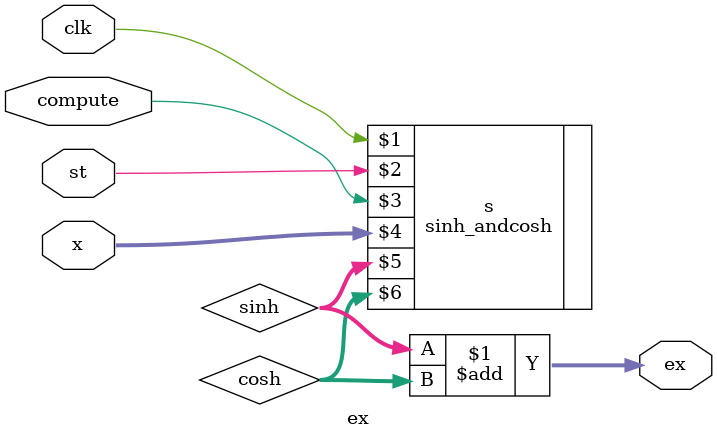
<source format=v>
`timescale 1ns / 1ps


module ex(input clk, input st, input compute, input [15:0] x, output [16:0] ex

    );
    
    wire [15:0] sinh;
    wire [15:0] cosh;
    sinh_andcosh s(clk, st, compute, x, sinh, cosh);
    assign ex = sinh+cosh;
endmodule

</source>
